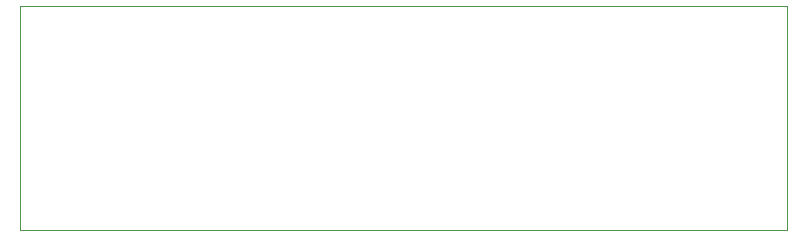
<source format=gm1>
G04 #@! TF.GenerationSoftware,KiCad,Pcbnew,(5.1.2-1)-1*
G04 #@! TF.CreationDate,2019-06-27T20:10:21+09:00*
G04 #@! TF.ProjectId,NervesAddonBoard,4e657276-6573-4416-9464-6f6e426f6172,rev?*
G04 #@! TF.SameCoordinates,Original*
G04 #@! TF.FileFunction,Profile,NP*
%FSLAX46Y46*%
G04 Gerber Fmt 4.6, Leading zero omitted, Abs format (unit mm)*
G04 Created by KiCad (PCBNEW (5.1.2-1)-1) date 2019-06-27 20:10:21*
%MOMM*%
%LPD*%
G04 APERTURE LIST*
%ADD10C,0.050000*%
G04 APERTURE END LIST*
D10*
X85000000Y-20000000D02*
X20000000Y-20000000D01*
X85000000Y-39000000D02*
X85000000Y-20000000D01*
X20000000Y-39000000D02*
X85000000Y-39000000D01*
X20000000Y-20000000D02*
X20000000Y-39000000D01*
M02*

</source>
